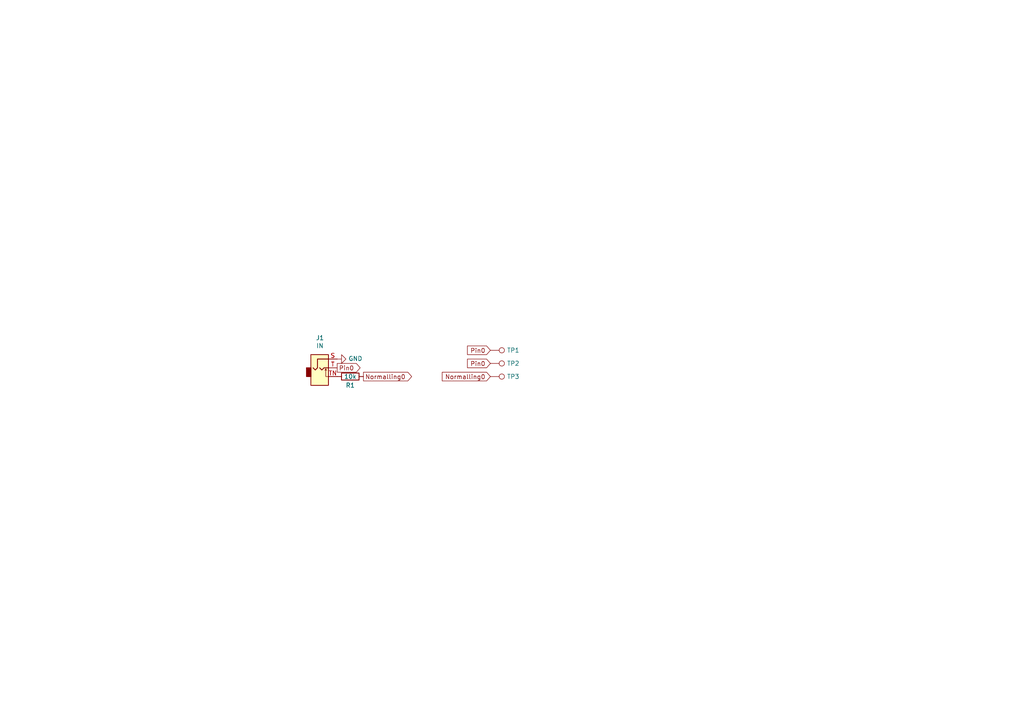
<source format=kicad_sch>
(kicad_sch (version 20211123) (generator eeschema)
  (paper "A4")
  (lib_symbols
    (symbol "Connector:AudioJack2_SwitchT"
      (property "Reference" "J" (at 0 8.89 0))
      (property "Value" "AudioJack2_SwitchT" (at 0 6.35 0))
      (symbol "AudioJack2_SwitchT_0_1"
        (rectangle (start -2.54 0) (end -3.81 -2.54) (stroke (width 0.254)) (fill (type outline)))
        (polyline (pts (xy 1.778 -0.254) (xy 2.032 -0.762)))
        (polyline (pts (xy 0 0) (xy 0.635 -0.635) (xy 1.27 0) (xy 2.54 0)) (stroke (width 0.254)))
        (polyline (pts (xy 2.54 -2.54) (xy 1.778 -2.54) (xy 1.778 -0.254) (xy 1.524 -0.762)))
        (polyline (pts (xy 2.54 2.54) (xy -0.635 2.54) (xy -0.635 0) (xy -1.27 -0.635) (xy -1.905 0)) (stroke (width 0.254)))
        (rectangle (start 2.54 3.81) (end -2.54 -5.08) (stroke (width 0.254)) (fill (type background)))
      )
      (symbol "AudioJack2_SwitchT_1_1"
        (pin passive line (at 5.08 2.54 180) (length 2.54) (name "~") (number "S"))
        (pin passive line (at 5.08 0 180) (length 2.54) (name "~") (number "T"))
        (pin passive line (at 5.08 -2.54 180) (length 2.54) (name "~") (number "TN"))
      )
    )
    (symbol "Connector:TestPoint" (pin_numbers hide) (pin_names (offset 0.762) hide)
      (property "Reference" "TP" (at 0 6.858 0))
      (property "Value" "TestPoint" (at 0 5.08 0))
      (symbol "TestPoint_0_1"
        (circle (center 0 3.302) (radius 0.762))
      )
      (symbol "TestPoint_1_1"
        (pin passive line (at 0 0 90) (length 2.54) (name "1") (number "1"))
      )
    )
    (symbol "Device:R" (pin_numbers hide) (pin_names (offset 0))
      (property "Reference" "R" (at 2.032 0 90))
      (property "Value" "R" (at 0 0 90))
      (symbol "R_0_1"
        (rectangle (start -1.016 -2.54) (end 1.016 2.54) (stroke (width 0.254)))
      )
      (symbol "R_1_1"
        (pin passive line (at 0 3.81 270) (length 1.27) (name "~") (number "1"))
        (pin passive line (at 0 -3.81 90) (length 1.27) (name "~") (number "2"))
      )
    )
    (symbol "power:GND" (power) (pin_names (offset 0))
      (property "Value" "GND" (at 0 -3.81 0))
      (symbol "GND_0_1"
        (polyline (pts (xy 0 0) (xy 0 -1.27) (xy 1.27 -1.27) (xy 0 -2.54) (xy -1.27 -1.27) (xy 0 -1.27)))
      )
      (symbol "GND_1_1"
        (pin power_in line (at 0 0 270) (length 0) hide (name "GND") (number "1"))
      )
    )
  )
  (global_label "Normalling0" (shape input) (at 142.24 109.22 180) (property "Intersheet References" "${INTERSHEET_REFS}" (effects hide)))
  (global_label "Pin0" (shape output) (at 97.79 106.68 0) (property "Intersheet References" "${INTERSHEET_REFS}" (effects hide)))
  (global_label "Normalling0" (shape output) (at 105.41 109.22 0) (property "Intersheet References" "${INTERSHEET_REFS}" (effects hide)))
  (global_label "Pin0" (shape input) (at 142.24 101.6 180) (property "Intersheet References" "${INTERSHEET_REFS}" (effects hide)))
  (global_label "Pin0" (shape input) (at 142.24 105.41 180) (property "Intersheet References" "${INTERSHEET_REFS}" (effects hide)))
  (symbol (lib_id "Connector:AudioJack2_SwitchT") (at 92.71 106.68 0) (unit 1)
    (property "Reference" "J1" (at 92.8116 97.9932 0))
    (property "Value" "IN" (at 92.8116 100.3046 0))
    (property "Footprint" "Connector_Thonk:ThonkiconnJack" (effects hide))
    (property "Device" "Jack Connector" (effects hide))
    (property "Description" "Thonkiconn – 3.5mm Jack Sockets" (effects hide))
    (property "Place" "No" (effects hide))
    (property "Dist" "Thonk" (effects hide))
    (property "DistPartNumber" "PJ398SM" (effects hide))
    (property "DistLink" "https://www.thonk.co.uk/shop/thonkiconn/" (effects hide))
  )
  (symbol (lib_id "power:GND") (at 97.79 104.14 90) (unit 1)
    (property "Reference" "#PWR0101" (effects hide))
    (property "Value" "GND" (at 101.0412 104.013 90) (effects (justify right)))
  )
  (symbol (lib_id "Connector:TestPoint") (at 142.24 101.6 270) (unit 1) (in_bom no)
    (property "Reference" "TP1" (at 147.0152 101.6 90) (effects (justify left)))
    (property "Value" "TestPoint" (effects hide))
    (property "Footprint" "TestPoint:TestPoint_Pad_D1.5mm" (effects hide))
  )
  (symbol (lib_id "Connector:TestPoint") (at 142.24 105.41 270) (unit 1) (in_bom no)
    (property "Reference" "TP2" (at 147.0152 105.41 90) (effects (justify left)))
    (property "Value" "TestPoint" (effects hide))
    (property "Footprint" "TestPoint:TestPoint_Pad_D1.5mm" (effects hide))
  )
  (symbol (lib_id "Connector:TestPoint") (at 142.24 109.22 270) (unit 1) (in_bom no)
    (property "Reference" "TP3" (at 147.0152 109.22 90) (effects (justify left)))
    (property "Value" "TestPoint" (effects hide))
    (property "Footprint" "TestPoint:TestPoint_Pad_D1.5mm" (effects hide))
  )
  (symbol (lib_id "Device:R") (at 101.6 109.22 90) (mirror x) (unit 1)
    (property "Reference" "R1" (at 101.6 111.76 90))
    (property "Value" "10k" (at 101.6 109.22 90))
    (property "Footprint" "Resistor_THT:R_Axial_DIN0207_L6.3mm_D2.5mm_P7.62mm_Horizontal" (effects hide))
    (property "Device" "Resistor" (effects hide))
    (property "Package" "DIN0207" (effects hide))
    (property "Description" "RES 10K OHM 1% 1/4W AXIAL" (effects hide))
    (property "Dist" "Digikey" (effects hide))
    (property "DistPartNumber" "13-MFR-25FRF52-10KCT-ND" (effects hide))
    (property "DistLink" "https://www.digikey.de/en/products/detail/yageo/MFR-25FRF52-10K/14626" (effects hide))
    (property "Place" "No" (effects hide))
  )
)
</source>
